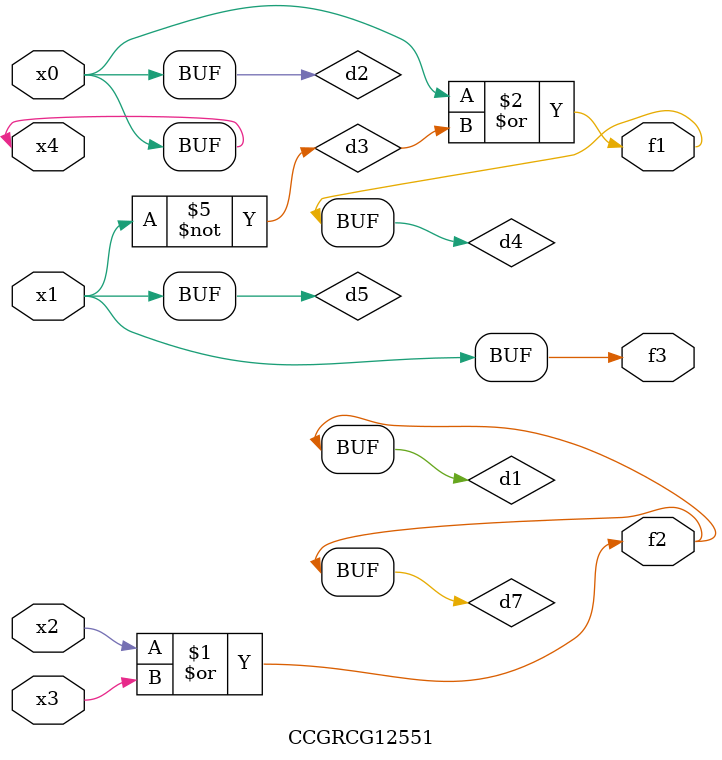
<source format=v>
module CCGRCG12551(
	input x0, x1, x2, x3, x4,
	output f1, f2, f3
);

	wire d1, d2, d3, d4, d5, d6, d7;

	or (d1, x2, x3);
	buf (d2, x0, x4);
	not (d3, x1);
	or (d4, d2, d3);
	not (d5, d3);
	nand (d6, d1, d3);
	or (d7, d1);
	assign f1 = d4;
	assign f2 = d7;
	assign f3 = d5;
endmodule

</source>
